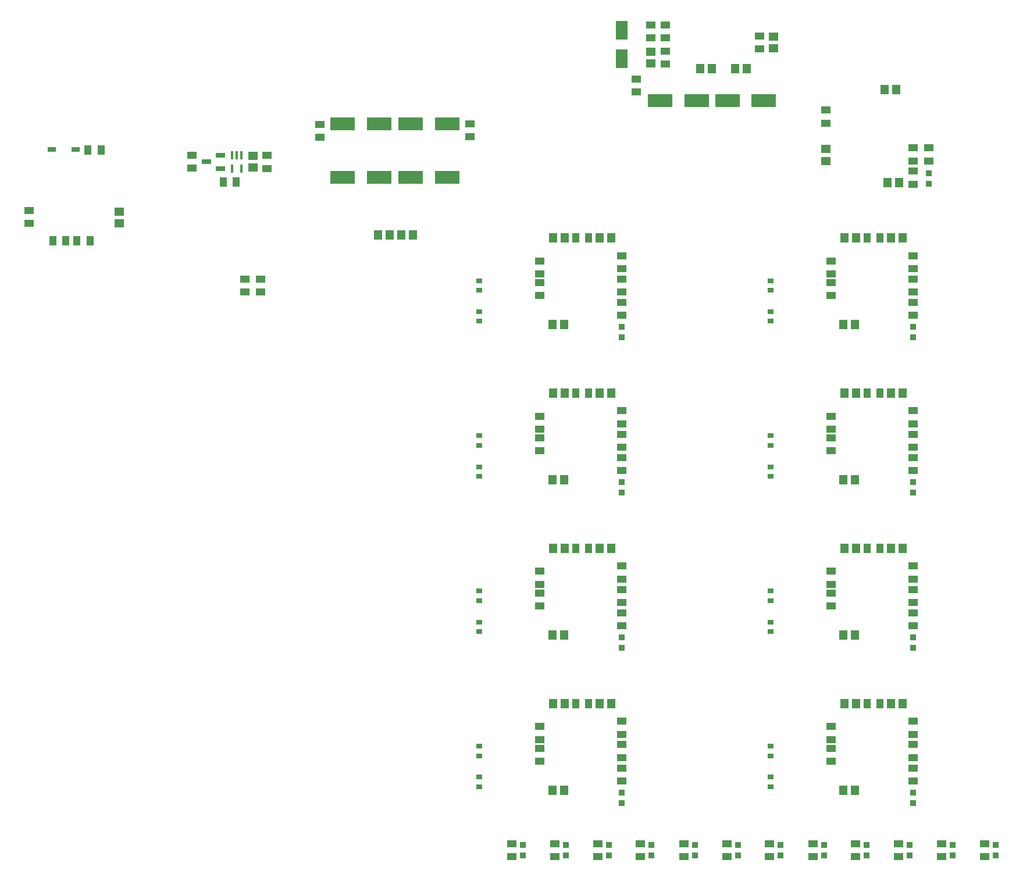
<source format=gtp>
G04*
G04 #@! TF.GenerationSoftware,Altium Limited,Altium Designer,25.3.3 (18)*
G04*
G04 Layer_Color=8421504*
%FSLAX25Y25*%
%MOIN*%
G70*
G04*
G04 #@! TF.SameCoordinates,534849FD-C709-4DE4-B12B-026E8ABDF027*
G04*
G04*
G04 #@! TF.FilePolarity,Positive*
G04*
G01*
G75*
%ADD14R,0.13976X0.07284*%
%ADD15R,0.07087X0.11024*%
%ADD16R,0.05709X0.04724*%
%ADD17R,0.05512X0.03937*%
%ADD18R,0.04528X0.02953*%
%ADD19R,0.03937X0.05512*%
%ADD20R,0.03740X0.03543*%
%ADD21R,0.04724X0.05709*%
%ADD22R,0.01575X0.04724*%
%ADD23R,0.05315X0.02559*%
%ADD24R,0.03701X0.02874*%
D14*
X500197Y539764D02*
D03*
X479331D02*
D03*
X538779D02*
D03*
X517913D02*
D03*
X336417Y526378D02*
D03*
X357283D02*
D03*
X318307D02*
D03*
X297441D02*
D03*
X318307Y495669D02*
D03*
X297441D02*
D03*
X336417D02*
D03*
X357283D02*
D03*
D15*
X457480Y563976D02*
D03*
Y580118D02*
D03*
D16*
X474016Y567913D02*
D03*
Y561221D02*
D03*
X574409Y512008D02*
D03*
Y505315D02*
D03*
X544488Y576575D02*
D03*
Y569882D02*
D03*
X246063Y508071D02*
D03*
Y501378D02*
D03*
X169291Y476181D02*
D03*
Y469488D02*
D03*
D17*
X482283Y575787D02*
D03*
Y583268D02*
D03*
X474016Y575787D02*
D03*
Y583268D02*
D03*
X482283Y568307D02*
D03*
Y560827D02*
D03*
X465748Y552165D02*
D03*
Y544685D02*
D03*
X250394Y437598D02*
D03*
Y430118D02*
D03*
X241339D02*
D03*
Y437598D02*
D03*
X624409Y505315D02*
D03*
Y512795D02*
D03*
X633465Y505315D02*
D03*
Y512795D02*
D03*
X624409Y491929D02*
D03*
Y499409D02*
D03*
X574409Y526968D02*
D03*
Y534449D02*
D03*
X536221Y576968D02*
D03*
Y569488D02*
D03*
X253937Y500984D02*
D03*
Y508465D02*
D03*
X117717Y476968D02*
D03*
Y469488D02*
D03*
X211024Y508661D02*
D03*
Y501181D02*
D03*
X394488Y113976D02*
D03*
Y106496D02*
D03*
X418898Y113976D02*
D03*
Y106496D02*
D03*
X443701Y113976D02*
D03*
Y106496D02*
D03*
X468110Y113976D02*
D03*
Y106496D02*
D03*
X492913Y113976D02*
D03*
Y106496D02*
D03*
X517717Y113976D02*
D03*
Y106496D02*
D03*
X542126Y113976D02*
D03*
Y106496D02*
D03*
X566929Y113976D02*
D03*
Y106496D02*
D03*
X591339Y113976D02*
D03*
Y106496D02*
D03*
X616142Y113976D02*
D03*
Y106496D02*
D03*
X640551Y113976D02*
D03*
Y106496D02*
D03*
X665354Y113976D02*
D03*
Y106496D02*
D03*
X624409Y416732D02*
D03*
Y424213D02*
D03*
X577223Y428083D02*
D03*
Y435563D02*
D03*
Y440484D02*
D03*
Y447964D02*
D03*
X624409Y430118D02*
D03*
Y437598D02*
D03*
X624409Y450984D02*
D03*
Y443504D02*
D03*
Y362008D02*
D03*
Y354528D02*
D03*
X624409Y341142D02*
D03*
Y348622D02*
D03*
Y327756D02*
D03*
Y335236D02*
D03*
X577223Y339106D02*
D03*
Y346587D02*
D03*
Y351508D02*
D03*
Y358988D02*
D03*
X624409Y238779D02*
D03*
Y246260D02*
D03*
X577223Y250130D02*
D03*
Y257610D02*
D03*
X624409Y252165D02*
D03*
Y259646D02*
D03*
X624409Y273031D02*
D03*
Y265551D02*
D03*
X577223Y262531D02*
D03*
Y270012D02*
D03*
X624409Y163189D02*
D03*
Y170669D02*
D03*
X624409Y184055D02*
D03*
Y176575D02*
D03*
X577223Y173555D02*
D03*
Y181035D02*
D03*
Y161153D02*
D03*
Y168634D02*
D03*
X624409Y149803D02*
D03*
Y157283D02*
D03*
X457480Y362008D02*
D03*
Y354528D02*
D03*
Y273031D02*
D03*
Y265551D02*
D03*
Y184055D02*
D03*
Y176575D02*
D03*
Y341142D02*
D03*
Y348622D02*
D03*
X410294Y351508D02*
D03*
Y358988D02*
D03*
Y339106D02*
D03*
Y346587D02*
D03*
X457480Y327756D02*
D03*
Y335236D02*
D03*
Y252165D02*
D03*
Y259646D02*
D03*
X410294Y262531D02*
D03*
Y270012D02*
D03*
Y250130D02*
D03*
Y257610D02*
D03*
X457480Y238779D02*
D03*
Y246260D02*
D03*
X457480Y163189D02*
D03*
Y170669D02*
D03*
X410294Y173555D02*
D03*
Y181035D02*
D03*
Y161153D02*
D03*
Y168634D02*
D03*
X457480Y149803D02*
D03*
Y157283D02*
D03*
X457480Y416732D02*
D03*
Y424213D02*
D03*
Y430118D02*
D03*
Y437598D02*
D03*
Y450984D02*
D03*
Y443504D02*
D03*
X410294Y440484D02*
D03*
Y447964D02*
D03*
Y428083D02*
D03*
Y435563D02*
D03*
X370472Y526575D02*
D03*
Y519095D02*
D03*
X284252Y526181D02*
D03*
Y518701D02*
D03*
D18*
X130512Y511811D02*
D03*
X144291D02*
D03*
D19*
X151378Y511417D02*
D03*
X158858D02*
D03*
X228937Y493307D02*
D03*
X236417D02*
D03*
X152559Y459449D02*
D03*
X145079D02*
D03*
X131299D02*
D03*
X138779D02*
D03*
X597835Y461024D02*
D03*
X605315D02*
D03*
X597835Y283071D02*
D03*
X605315D02*
D03*
X597835Y372047D02*
D03*
X605315D02*
D03*
X597835Y194095D02*
D03*
X605315D02*
D03*
X430905Y372047D02*
D03*
X438386D02*
D03*
X430905Y283071D02*
D03*
X438386D02*
D03*
X430905Y194095D02*
D03*
X438386D02*
D03*
X430905Y461024D02*
D03*
X438386D02*
D03*
D20*
X633465Y492323D02*
D03*
Y498228D02*
D03*
X400787Y107283D02*
D03*
Y113189D02*
D03*
X425197Y107283D02*
D03*
Y113189D02*
D03*
X450000Y107283D02*
D03*
Y113189D02*
D03*
X474409Y107283D02*
D03*
Y113189D02*
D03*
X499213Y107283D02*
D03*
Y113189D02*
D03*
X524016Y107283D02*
D03*
Y113189D02*
D03*
X548425Y107283D02*
D03*
Y113189D02*
D03*
X573228Y107283D02*
D03*
Y113189D02*
D03*
X597638Y107283D02*
D03*
Y113189D02*
D03*
X622441Y107283D02*
D03*
Y113189D02*
D03*
X646850Y107283D02*
D03*
Y113189D02*
D03*
X671654Y107283D02*
D03*
Y113189D02*
D03*
X624409Y404134D02*
D03*
Y410039D02*
D03*
Y315158D02*
D03*
Y321063D02*
D03*
Y226181D02*
D03*
Y232087D02*
D03*
Y137205D02*
D03*
Y143110D02*
D03*
X457480Y315158D02*
D03*
Y321063D02*
D03*
Y226181D02*
D03*
Y232087D02*
D03*
X457480Y137205D02*
D03*
Y143110D02*
D03*
X457480Y404134D02*
D03*
Y410039D02*
D03*
D21*
X609646Y492913D02*
D03*
X616338D02*
D03*
X608071Y546063D02*
D03*
X614764D02*
D03*
X522244Y558268D02*
D03*
X528937D02*
D03*
X502165D02*
D03*
X508858D02*
D03*
X330906Y462992D02*
D03*
X337598D02*
D03*
X324213D02*
D03*
X317520D02*
D03*
X591142Y411417D02*
D03*
X584449D02*
D03*
X591142Y322441D02*
D03*
X584449D02*
D03*
X591535Y461024D02*
D03*
X584843D02*
D03*
X611614D02*
D03*
X618307D02*
D03*
X611614Y283071D02*
D03*
X618307D02*
D03*
X591535D02*
D03*
X584843D02*
D03*
X611614Y372047D02*
D03*
X618307D02*
D03*
X591535D02*
D03*
X584843D02*
D03*
X591142Y233465D02*
D03*
X584449D02*
D03*
X591142Y144488D02*
D03*
X584449D02*
D03*
X611614Y194095D02*
D03*
X618307D02*
D03*
X591535D02*
D03*
X584843D02*
D03*
X424606Y372047D02*
D03*
X417913D02*
D03*
X444685D02*
D03*
X451378D02*
D03*
X424213Y322441D02*
D03*
X417520D02*
D03*
X424606Y283071D02*
D03*
X417913D02*
D03*
X444685D02*
D03*
X451378D02*
D03*
X424213Y233465D02*
D03*
X417520D02*
D03*
X424606Y194095D02*
D03*
X417913D02*
D03*
X444685D02*
D03*
X451378D02*
D03*
X424213Y144488D02*
D03*
X417520D02*
D03*
X444685Y461024D02*
D03*
X451378D02*
D03*
X424606D02*
D03*
X417913D02*
D03*
X424213Y411417D02*
D03*
X417520D02*
D03*
D22*
X239173Y500984D02*
D03*
X234055D02*
D03*
Y508465D02*
D03*
X236614D02*
D03*
X239173D02*
D03*
D23*
X219291Y504724D02*
D03*
X227165Y508504D02*
D03*
Y500945D02*
D03*
D24*
X542520Y436654D02*
D03*
Y431063D02*
D03*
Y413347D02*
D03*
Y418937D02*
D03*
Y347677D02*
D03*
Y342087D02*
D03*
Y324370D02*
D03*
Y329961D02*
D03*
Y258701D02*
D03*
Y253110D02*
D03*
Y235394D02*
D03*
Y240984D02*
D03*
Y169724D02*
D03*
Y164134D02*
D03*
Y146417D02*
D03*
Y152008D02*
D03*
X375591Y347677D02*
D03*
Y342087D02*
D03*
Y324370D02*
D03*
Y329961D02*
D03*
Y258701D02*
D03*
Y253110D02*
D03*
Y235394D02*
D03*
Y240984D02*
D03*
X375591Y169724D02*
D03*
Y164134D02*
D03*
Y146417D02*
D03*
Y152008D02*
D03*
X375591Y436654D02*
D03*
Y431063D02*
D03*
Y413346D02*
D03*
Y418937D02*
D03*
M02*

</source>
